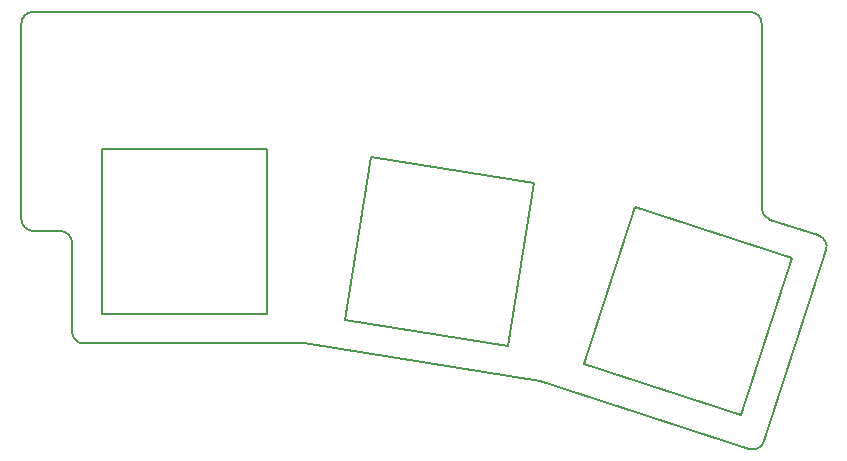
<source format=gm1>
%TF.GenerationSoftware,KiCad,Pcbnew,7.0.10*%
%TF.CreationDate,2024-02-19T14:06:49+09:00*%
%TF.ProjectId,keyball-row-staggered-left,6b657962-616c-46c2-9d72-6f772d737461,rev?*%
%TF.SameCoordinates,Original*%
%TF.FileFunction,Profile,NP*%
%FSLAX46Y46*%
G04 Gerber Fmt 4.6, Leading zero omitted, Abs format (unit mm)*
G04 Created by KiCad (PCBNEW 7.0.10) date 2024-02-19 14:06:49*
%MOMM*%
%LPD*%
G01*
G04 APERTURE LIST*
%TA.AperFunction,Profile*%
%ADD10C,0.188976*%
%TD*%
%TA.AperFunction,Profile*%
%ADD11C,0.200000*%
%TD*%
G04 APERTURE END LIST*
D10*
X116825001Y-121299999D02*
X130825001Y-121299999D01*
D11*
X114324999Y-122800000D02*
X114324999Y-115274999D01*
X110037501Y-113274999D02*
G75*
G03*
X111037502Y-114274999I999999J-1D01*
G01*
D10*
X130825001Y-121299999D02*
X130825001Y-107299999D01*
D11*
X110037502Y-113274999D02*
X110037502Y-96724998D01*
X114325000Y-122800000D02*
G75*
G03*
X115324999Y-123800000I1000000J0D01*
G01*
D10*
X162009007Y-112239002D02*
X157683003Y-125552998D01*
D11*
X172718600Y-96724998D02*
X172718600Y-112364973D01*
X173409583Y-113316029D02*
X177525794Y-114653470D01*
X133943600Y-123800000D02*
X115324999Y-123800000D01*
D10*
X130825001Y-107299999D02*
X116825001Y-107299999D01*
D11*
X153936090Y-126966490D02*
X133943600Y-123800000D01*
D10*
X139610996Y-107991001D02*
X137421002Y-121818997D01*
D11*
X172718532Y-112364973D02*
G75*
G03*
X173409583Y-113316028I1000068J73D01*
G01*
X111037502Y-95725002D02*
G75*
G03*
X110037502Y-96724998I-2J-999998D01*
G01*
X114325001Y-115274999D02*
G75*
G03*
X113324999Y-114274999I-1000001J-1D01*
G01*
X178167815Y-115913537D02*
G75*
G03*
X177525794Y-114653471I-951015J309037D01*
G01*
X113324999Y-114274999D02*
X111037502Y-114274999D01*
X171654474Y-132723539D02*
G75*
G03*
X172914546Y-132081503I309026J951039D01*
G01*
D10*
X137421002Y-121818997D02*
X151248997Y-124008999D01*
X153438999Y-110181004D02*
X139610996Y-107991001D01*
X116825001Y-107299999D02*
X116825001Y-121299999D01*
X151248997Y-124008999D02*
X153438999Y-110181004D01*
X175323994Y-116564999D02*
X162009007Y-112239002D01*
D11*
X111037502Y-95724998D02*
X171718600Y-95724998D01*
D10*
X157683003Y-125552998D02*
X170998005Y-129880001D01*
D11*
X172718602Y-96724998D02*
G75*
G03*
X171718600Y-95724998I-1000002J-2D01*
G01*
D10*
X170998005Y-129880001D02*
X175323994Y-116564999D01*
D11*
X171654473Y-132723543D02*
X153936090Y-126966490D01*
X178167833Y-115913543D02*
X172914547Y-132081503D01*
M02*

</source>
